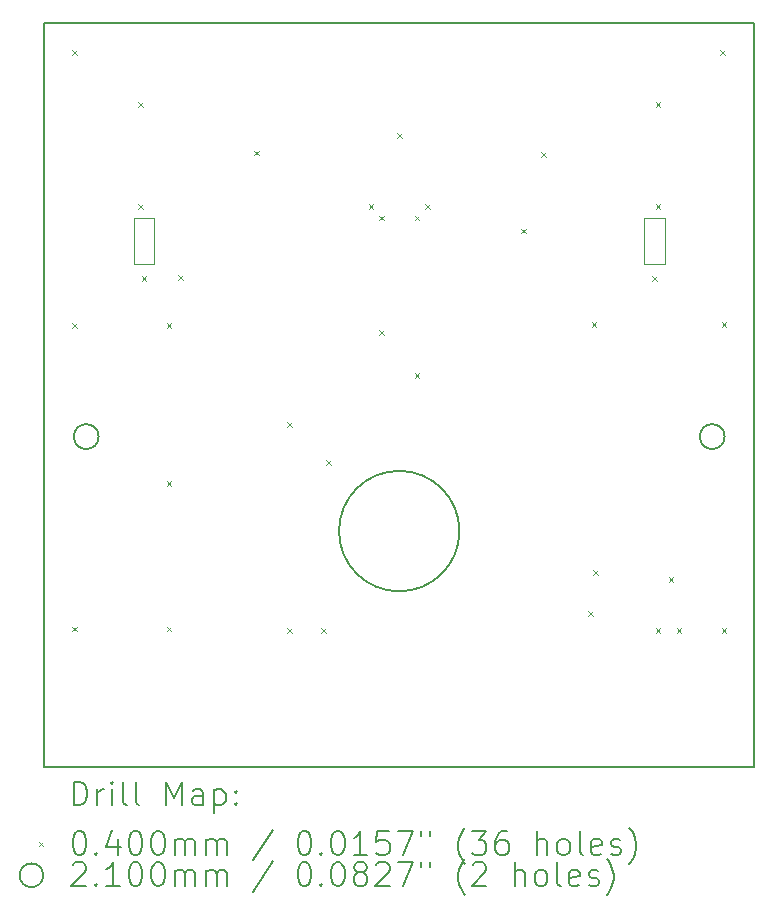
<source format=gbr>
%FSLAX45Y45*%
G04 Gerber Fmt 4.5, Leading zero omitted, Abs format (unit mm)*
G04 Created by KiCad (PCBNEW (6.0.6)) date 2022-12-14 21:04:38*
%MOMM*%
%LPD*%
G01*
G04 APERTURE LIST*
%TA.AperFunction,Profile*%
%ADD10C,0.100000*%
%TD*%
%TA.AperFunction,Profile*%
%ADD11C,0.200000*%
%TD*%
%ADD12C,0.200000*%
%ADD13C,0.040000*%
%ADD14C,0.210000*%
G04 APERTURE END LIST*
D10*
X17073863Y-6541328D02*
X17246137Y-6541328D01*
X17246137Y-6541328D02*
X17246137Y-6150000D01*
X17246137Y-6150000D02*
X17073863Y-6150000D01*
X17073863Y-6150000D02*
X17073863Y-6541328D01*
X12753863Y-6541328D02*
X12926137Y-6541328D01*
X12926137Y-6541328D02*
X12926137Y-6150000D01*
X12926137Y-6150000D02*
X12753863Y-6150000D01*
X12753863Y-6150000D02*
X12753863Y-6541328D01*
D11*
X15510000Y-8800000D02*
G75*
G03*
X15510000Y-8800000I-510000J0D01*
G01*
X11996000Y-10800000D02*
X18004000Y-10800000D01*
X18004000Y-10800000D02*
X18004000Y-4494000D01*
X18004000Y-4494000D02*
X11996000Y-4494000D01*
X11996000Y-4494000D02*
X11996000Y-10800000D01*
D12*
D13*
X12230000Y-4730000D02*
X12270000Y-4770000D01*
X12270000Y-4730000D02*
X12230000Y-4770000D01*
X12230000Y-7040000D02*
X12270000Y-7080000D01*
X12270000Y-7040000D02*
X12230000Y-7080000D01*
X12230000Y-9610000D02*
X12270000Y-9650000D01*
X12270000Y-9610000D02*
X12230000Y-9650000D01*
X12790000Y-5170000D02*
X12830000Y-5210000D01*
X12830000Y-5170000D02*
X12790000Y-5210000D01*
X12790000Y-6030000D02*
X12830000Y-6070000D01*
X12830000Y-6030000D02*
X12790000Y-6070000D01*
X12820000Y-6640000D02*
X12860000Y-6680000D01*
X12860000Y-6640000D02*
X12820000Y-6680000D01*
X13030000Y-7040000D02*
X13070000Y-7080000D01*
X13070000Y-7040000D02*
X13030000Y-7080000D01*
X13030000Y-8380000D02*
X13070000Y-8420000D01*
X13070000Y-8380000D02*
X13030000Y-8420000D01*
X13030000Y-9610000D02*
X13070000Y-9650000D01*
X13070000Y-9610000D02*
X13030000Y-9650000D01*
X13130000Y-6630000D02*
X13170000Y-6670000D01*
X13170000Y-6630000D02*
X13130000Y-6670000D01*
X13770000Y-5580000D02*
X13810000Y-5620000D01*
X13810000Y-5580000D02*
X13770000Y-5620000D01*
X14050000Y-7880000D02*
X14090000Y-7920000D01*
X14090000Y-7880000D02*
X14050000Y-7920000D01*
X14050000Y-9620000D02*
X14090000Y-9660000D01*
X14090000Y-9620000D02*
X14050000Y-9660000D01*
X14340000Y-9620000D02*
X14380000Y-9660000D01*
X14380000Y-9620000D02*
X14340000Y-9660000D01*
X14380000Y-8200000D02*
X14420000Y-8240000D01*
X14420000Y-8200000D02*
X14380000Y-8240000D01*
X14740000Y-6030000D02*
X14780000Y-6070000D01*
X14780000Y-6030000D02*
X14740000Y-6070000D01*
X14830000Y-6130000D02*
X14870000Y-6170000D01*
X14870000Y-6130000D02*
X14830000Y-6170000D01*
X14830000Y-7100000D02*
X14870000Y-7140000D01*
X14870000Y-7100000D02*
X14830000Y-7140000D01*
X14980000Y-5430000D02*
X15020000Y-5470000D01*
X15020000Y-5430000D02*
X14980000Y-5470000D01*
X15130000Y-6130000D02*
X15170000Y-6170000D01*
X15170000Y-6130000D02*
X15130000Y-6170000D01*
X15130000Y-7460000D02*
X15170000Y-7500000D01*
X15170000Y-7460000D02*
X15130000Y-7500000D01*
X15220000Y-6030000D02*
X15260000Y-6070000D01*
X15260000Y-6030000D02*
X15220000Y-6070000D01*
X16030000Y-6240000D02*
X16070000Y-6280000D01*
X16070000Y-6240000D02*
X16030000Y-6280000D01*
X16200000Y-5590000D02*
X16240000Y-5630000D01*
X16240000Y-5590000D02*
X16200000Y-5630000D01*
X16600000Y-9480000D02*
X16640000Y-9520000D01*
X16640000Y-9480000D02*
X16600000Y-9520000D01*
X16630000Y-7030000D02*
X16670000Y-7070000D01*
X16670000Y-7030000D02*
X16630000Y-7070000D01*
X16640000Y-9130000D02*
X16680000Y-9170000D01*
X16680000Y-9130000D02*
X16640000Y-9170000D01*
X17140000Y-6640000D02*
X17180000Y-6680000D01*
X17180000Y-6640000D02*
X17140000Y-6680000D01*
X17170000Y-5170000D02*
X17210000Y-5210000D01*
X17210000Y-5170000D02*
X17170000Y-5210000D01*
X17170000Y-6030000D02*
X17210000Y-6070000D01*
X17210000Y-6030000D02*
X17170000Y-6070000D01*
X17170000Y-9620000D02*
X17210000Y-9660000D01*
X17210000Y-9620000D02*
X17170000Y-9660000D01*
X17280000Y-9190000D02*
X17320000Y-9230000D01*
X17320000Y-9190000D02*
X17280000Y-9230000D01*
X17350000Y-9620000D02*
X17390000Y-9660000D01*
X17390000Y-9620000D02*
X17350000Y-9660000D01*
X17720000Y-4730000D02*
X17760000Y-4770000D01*
X17760000Y-4730000D02*
X17720000Y-4770000D01*
X17730000Y-7030000D02*
X17770000Y-7070000D01*
X17770000Y-7030000D02*
X17730000Y-7070000D01*
X17730000Y-9620000D02*
X17770000Y-9660000D01*
X17770000Y-9620000D02*
X17730000Y-9660000D01*
D14*
X12455000Y-8000000D02*
G75*
G03*
X12455000Y-8000000I-105000J0D01*
G01*
X17755000Y-8000000D02*
G75*
G03*
X17755000Y-8000000I-105000J0D01*
G01*
D12*
X12243619Y-11120476D02*
X12243619Y-10920476D01*
X12291238Y-10920476D01*
X12319809Y-10930000D01*
X12338857Y-10949048D01*
X12348381Y-10968095D01*
X12357905Y-11006190D01*
X12357905Y-11034762D01*
X12348381Y-11072857D01*
X12338857Y-11091905D01*
X12319809Y-11110952D01*
X12291238Y-11120476D01*
X12243619Y-11120476D01*
X12443619Y-11120476D02*
X12443619Y-10987143D01*
X12443619Y-11025238D02*
X12453143Y-11006190D01*
X12462667Y-10996667D01*
X12481714Y-10987143D01*
X12500762Y-10987143D01*
X12567428Y-11120476D02*
X12567428Y-10987143D01*
X12567428Y-10920476D02*
X12557905Y-10930000D01*
X12567428Y-10939524D01*
X12576952Y-10930000D01*
X12567428Y-10920476D01*
X12567428Y-10939524D01*
X12691238Y-11120476D02*
X12672190Y-11110952D01*
X12662667Y-11091905D01*
X12662667Y-10920476D01*
X12796000Y-11120476D02*
X12776952Y-11110952D01*
X12767428Y-11091905D01*
X12767428Y-10920476D01*
X13024571Y-11120476D02*
X13024571Y-10920476D01*
X13091238Y-11063333D01*
X13157905Y-10920476D01*
X13157905Y-11120476D01*
X13338857Y-11120476D02*
X13338857Y-11015714D01*
X13329333Y-10996667D01*
X13310286Y-10987143D01*
X13272190Y-10987143D01*
X13253143Y-10996667D01*
X13338857Y-11110952D02*
X13319809Y-11120476D01*
X13272190Y-11120476D01*
X13253143Y-11110952D01*
X13243619Y-11091905D01*
X13243619Y-11072857D01*
X13253143Y-11053810D01*
X13272190Y-11044286D01*
X13319809Y-11044286D01*
X13338857Y-11034762D01*
X13434095Y-10987143D02*
X13434095Y-11187143D01*
X13434095Y-10996667D02*
X13453143Y-10987143D01*
X13491238Y-10987143D01*
X13510286Y-10996667D01*
X13519809Y-11006190D01*
X13529333Y-11025238D01*
X13529333Y-11082381D01*
X13519809Y-11101429D01*
X13510286Y-11110952D01*
X13491238Y-11120476D01*
X13453143Y-11120476D01*
X13434095Y-11110952D01*
X13615048Y-11101429D02*
X13624571Y-11110952D01*
X13615048Y-11120476D01*
X13605524Y-11110952D01*
X13615048Y-11101429D01*
X13615048Y-11120476D01*
X13615048Y-10996667D02*
X13624571Y-11006190D01*
X13615048Y-11015714D01*
X13605524Y-11006190D01*
X13615048Y-10996667D01*
X13615048Y-11015714D01*
D13*
X11946000Y-11430000D02*
X11986000Y-11470000D01*
X11986000Y-11430000D02*
X11946000Y-11470000D01*
D12*
X12281714Y-11340476D02*
X12300762Y-11340476D01*
X12319809Y-11350000D01*
X12329333Y-11359524D01*
X12338857Y-11378571D01*
X12348381Y-11416667D01*
X12348381Y-11464286D01*
X12338857Y-11502381D01*
X12329333Y-11521428D01*
X12319809Y-11530952D01*
X12300762Y-11540476D01*
X12281714Y-11540476D01*
X12262667Y-11530952D01*
X12253143Y-11521428D01*
X12243619Y-11502381D01*
X12234095Y-11464286D01*
X12234095Y-11416667D01*
X12243619Y-11378571D01*
X12253143Y-11359524D01*
X12262667Y-11350000D01*
X12281714Y-11340476D01*
X12434095Y-11521428D02*
X12443619Y-11530952D01*
X12434095Y-11540476D01*
X12424571Y-11530952D01*
X12434095Y-11521428D01*
X12434095Y-11540476D01*
X12615048Y-11407143D02*
X12615048Y-11540476D01*
X12567428Y-11330952D02*
X12519809Y-11473809D01*
X12643619Y-11473809D01*
X12757905Y-11340476D02*
X12776952Y-11340476D01*
X12796000Y-11350000D01*
X12805524Y-11359524D01*
X12815048Y-11378571D01*
X12824571Y-11416667D01*
X12824571Y-11464286D01*
X12815048Y-11502381D01*
X12805524Y-11521428D01*
X12796000Y-11530952D01*
X12776952Y-11540476D01*
X12757905Y-11540476D01*
X12738857Y-11530952D01*
X12729333Y-11521428D01*
X12719809Y-11502381D01*
X12710286Y-11464286D01*
X12710286Y-11416667D01*
X12719809Y-11378571D01*
X12729333Y-11359524D01*
X12738857Y-11350000D01*
X12757905Y-11340476D01*
X12948381Y-11340476D02*
X12967428Y-11340476D01*
X12986476Y-11350000D01*
X12996000Y-11359524D01*
X13005524Y-11378571D01*
X13015048Y-11416667D01*
X13015048Y-11464286D01*
X13005524Y-11502381D01*
X12996000Y-11521428D01*
X12986476Y-11530952D01*
X12967428Y-11540476D01*
X12948381Y-11540476D01*
X12929333Y-11530952D01*
X12919809Y-11521428D01*
X12910286Y-11502381D01*
X12900762Y-11464286D01*
X12900762Y-11416667D01*
X12910286Y-11378571D01*
X12919809Y-11359524D01*
X12929333Y-11350000D01*
X12948381Y-11340476D01*
X13100762Y-11540476D02*
X13100762Y-11407143D01*
X13100762Y-11426190D02*
X13110286Y-11416667D01*
X13129333Y-11407143D01*
X13157905Y-11407143D01*
X13176952Y-11416667D01*
X13186476Y-11435714D01*
X13186476Y-11540476D01*
X13186476Y-11435714D02*
X13196000Y-11416667D01*
X13215048Y-11407143D01*
X13243619Y-11407143D01*
X13262667Y-11416667D01*
X13272190Y-11435714D01*
X13272190Y-11540476D01*
X13367428Y-11540476D02*
X13367428Y-11407143D01*
X13367428Y-11426190D02*
X13376952Y-11416667D01*
X13396000Y-11407143D01*
X13424571Y-11407143D01*
X13443619Y-11416667D01*
X13453143Y-11435714D01*
X13453143Y-11540476D01*
X13453143Y-11435714D02*
X13462667Y-11416667D01*
X13481714Y-11407143D01*
X13510286Y-11407143D01*
X13529333Y-11416667D01*
X13538857Y-11435714D01*
X13538857Y-11540476D01*
X13929333Y-11330952D02*
X13757905Y-11588095D01*
X14186476Y-11340476D02*
X14205524Y-11340476D01*
X14224571Y-11350000D01*
X14234095Y-11359524D01*
X14243619Y-11378571D01*
X14253143Y-11416667D01*
X14253143Y-11464286D01*
X14243619Y-11502381D01*
X14234095Y-11521428D01*
X14224571Y-11530952D01*
X14205524Y-11540476D01*
X14186476Y-11540476D01*
X14167428Y-11530952D01*
X14157905Y-11521428D01*
X14148381Y-11502381D01*
X14138857Y-11464286D01*
X14138857Y-11416667D01*
X14148381Y-11378571D01*
X14157905Y-11359524D01*
X14167428Y-11350000D01*
X14186476Y-11340476D01*
X14338857Y-11521428D02*
X14348381Y-11530952D01*
X14338857Y-11540476D01*
X14329333Y-11530952D01*
X14338857Y-11521428D01*
X14338857Y-11540476D01*
X14472190Y-11340476D02*
X14491238Y-11340476D01*
X14510286Y-11350000D01*
X14519809Y-11359524D01*
X14529333Y-11378571D01*
X14538857Y-11416667D01*
X14538857Y-11464286D01*
X14529333Y-11502381D01*
X14519809Y-11521428D01*
X14510286Y-11530952D01*
X14491238Y-11540476D01*
X14472190Y-11540476D01*
X14453143Y-11530952D01*
X14443619Y-11521428D01*
X14434095Y-11502381D01*
X14424571Y-11464286D01*
X14424571Y-11416667D01*
X14434095Y-11378571D01*
X14443619Y-11359524D01*
X14453143Y-11350000D01*
X14472190Y-11340476D01*
X14729333Y-11540476D02*
X14615048Y-11540476D01*
X14672190Y-11540476D02*
X14672190Y-11340476D01*
X14653143Y-11369048D01*
X14634095Y-11388095D01*
X14615048Y-11397619D01*
X14910286Y-11340476D02*
X14815048Y-11340476D01*
X14805524Y-11435714D01*
X14815048Y-11426190D01*
X14834095Y-11416667D01*
X14881714Y-11416667D01*
X14900762Y-11426190D01*
X14910286Y-11435714D01*
X14919809Y-11454762D01*
X14919809Y-11502381D01*
X14910286Y-11521428D01*
X14900762Y-11530952D01*
X14881714Y-11540476D01*
X14834095Y-11540476D01*
X14815048Y-11530952D01*
X14805524Y-11521428D01*
X14986476Y-11340476D02*
X15119809Y-11340476D01*
X15034095Y-11540476D01*
X15186476Y-11340476D02*
X15186476Y-11378571D01*
X15262667Y-11340476D02*
X15262667Y-11378571D01*
X15557905Y-11616667D02*
X15548381Y-11607143D01*
X15529333Y-11578571D01*
X15519809Y-11559524D01*
X15510286Y-11530952D01*
X15500762Y-11483333D01*
X15500762Y-11445238D01*
X15510286Y-11397619D01*
X15519809Y-11369048D01*
X15529333Y-11350000D01*
X15548381Y-11321428D01*
X15557905Y-11311905D01*
X15615048Y-11340476D02*
X15738857Y-11340476D01*
X15672190Y-11416667D01*
X15700762Y-11416667D01*
X15719809Y-11426190D01*
X15729333Y-11435714D01*
X15738857Y-11454762D01*
X15738857Y-11502381D01*
X15729333Y-11521428D01*
X15719809Y-11530952D01*
X15700762Y-11540476D01*
X15643619Y-11540476D01*
X15624571Y-11530952D01*
X15615048Y-11521428D01*
X15910286Y-11340476D02*
X15872190Y-11340476D01*
X15853143Y-11350000D01*
X15843619Y-11359524D01*
X15824571Y-11388095D01*
X15815048Y-11426190D01*
X15815048Y-11502381D01*
X15824571Y-11521428D01*
X15834095Y-11530952D01*
X15853143Y-11540476D01*
X15891238Y-11540476D01*
X15910286Y-11530952D01*
X15919809Y-11521428D01*
X15929333Y-11502381D01*
X15929333Y-11454762D01*
X15919809Y-11435714D01*
X15910286Y-11426190D01*
X15891238Y-11416667D01*
X15853143Y-11416667D01*
X15834095Y-11426190D01*
X15824571Y-11435714D01*
X15815048Y-11454762D01*
X16167428Y-11540476D02*
X16167428Y-11340476D01*
X16253143Y-11540476D02*
X16253143Y-11435714D01*
X16243619Y-11416667D01*
X16224571Y-11407143D01*
X16196000Y-11407143D01*
X16176952Y-11416667D01*
X16167428Y-11426190D01*
X16376952Y-11540476D02*
X16357905Y-11530952D01*
X16348381Y-11521428D01*
X16338857Y-11502381D01*
X16338857Y-11445238D01*
X16348381Y-11426190D01*
X16357905Y-11416667D01*
X16376952Y-11407143D01*
X16405524Y-11407143D01*
X16424571Y-11416667D01*
X16434095Y-11426190D01*
X16443619Y-11445238D01*
X16443619Y-11502381D01*
X16434095Y-11521428D01*
X16424571Y-11530952D01*
X16405524Y-11540476D01*
X16376952Y-11540476D01*
X16557905Y-11540476D02*
X16538857Y-11530952D01*
X16529333Y-11511905D01*
X16529333Y-11340476D01*
X16710286Y-11530952D02*
X16691238Y-11540476D01*
X16653143Y-11540476D01*
X16634095Y-11530952D01*
X16624571Y-11511905D01*
X16624571Y-11435714D01*
X16634095Y-11416667D01*
X16653143Y-11407143D01*
X16691238Y-11407143D01*
X16710286Y-11416667D01*
X16719809Y-11435714D01*
X16719809Y-11454762D01*
X16624571Y-11473809D01*
X16796000Y-11530952D02*
X16815048Y-11540476D01*
X16853143Y-11540476D01*
X16872190Y-11530952D01*
X16881714Y-11511905D01*
X16881714Y-11502381D01*
X16872190Y-11483333D01*
X16853143Y-11473809D01*
X16824571Y-11473809D01*
X16805524Y-11464286D01*
X16796000Y-11445238D01*
X16796000Y-11435714D01*
X16805524Y-11416667D01*
X16824571Y-11407143D01*
X16853143Y-11407143D01*
X16872190Y-11416667D01*
X16948381Y-11616667D02*
X16957905Y-11607143D01*
X16976952Y-11578571D01*
X16986476Y-11559524D01*
X16996000Y-11530952D01*
X17005524Y-11483333D01*
X17005524Y-11445238D01*
X16996000Y-11397619D01*
X16986476Y-11369048D01*
X16976952Y-11350000D01*
X16957905Y-11321428D01*
X16948381Y-11311905D01*
X11986000Y-11714000D02*
G75*
G03*
X11986000Y-11714000I-100000J0D01*
G01*
X12234095Y-11623524D02*
X12243619Y-11614000D01*
X12262667Y-11604476D01*
X12310286Y-11604476D01*
X12329333Y-11614000D01*
X12338857Y-11623524D01*
X12348381Y-11642571D01*
X12348381Y-11661619D01*
X12338857Y-11690190D01*
X12224571Y-11804476D01*
X12348381Y-11804476D01*
X12434095Y-11785428D02*
X12443619Y-11794952D01*
X12434095Y-11804476D01*
X12424571Y-11794952D01*
X12434095Y-11785428D01*
X12434095Y-11804476D01*
X12634095Y-11804476D02*
X12519809Y-11804476D01*
X12576952Y-11804476D02*
X12576952Y-11604476D01*
X12557905Y-11633048D01*
X12538857Y-11652095D01*
X12519809Y-11661619D01*
X12757905Y-11604476D02*
X12776952Y-11604476D01*
X12796000Y-11614000D01*
X12805524Y-11623524D01*
X12815048Y-11642571D01*
X12824571Y-11680667D01*
X12824571Y-11728286D01*
X12815048Y-11766381D01*
X12805524Y-11785428D01*
X12796000Y-11794952D01*
X12776952Y-11804476D01*
X12757905Y-11804476D01*
X12738857Y-11794952D01*
X12729333Y-11785428D01*
X12719809Y-11766381D01*
X12710286Y-11728286D01*
X12710286Y-11680667D01*
X12719809Y-11642571D01*
X12729333Y-11623524D01*
X12738857Y-11614000D01*
X12757905Y-11604476D01*
X12948381Y-11604476D02*
X12967428Y-11604476D01*
X12986476Y-11614000D01*
X12996000Y-11623524D01*
X13005524Y-11642571D01*
X13015048Y-11680667D01*
X13015048Y-11728286D01*
X13005524Y-11766381D01*
X12996000Y-11785428D01*
X12986476Y-11794952D01*
X12967428Y-11804476D01*
X12948381Y-11804476D01*
X12929333Y-11794952D01*
X12919809Y-11785428D01*
X12910286Y-11766381D01*
X12900762Y-11728286D01*
X12900762Y-11680667D01*
X12910286Y-11642571D01*
X12919809Y-11623524D01*
X12929333Y-11614000D01*
X12948381Y-11604476D01*
X13100762Y-11804476D02*
X13100762Y-11671143D01*
X13100762Y-11690190D02*
X13110286Y-11680667D01*
X13129333Y-11671143D01*
X13157905Y-11671143D01*
X13176952Y-11680667D01*
X13186476Y-11699714D01*
X13186476Y-11804476D01*
X13186476Y-11699714D02*
X13196000Y-11680667D01*
X13215048Y-11671143D01*
X13243619Y-11671143D01*
X13262667Y-11680667D01*
X13272190Y-11699714D01*
X13272190Y-11804476D01*
X13367428Y-11804476D02*
X13367428Y-11671143D01*
X13367428Y-11690190D02*
X13376952Y-11680667D01*
X13396000Y-11671143D01*
X13424571Y-11671143D01*
X13443619Y-11680667D01*
X13453143Y-11699714D01*
X13453143Y-11804476D01*
X13453143Y-11699714D02*
X13462667Y-11680667D01*
X13481714Y-11671143D01*
X13510286Y-11671143D01*
X13529333Y-11680667D01*
X13538857Y-11699714D01*
X13538857Y-11804476D01*
X13929333Y-11594952D02*
X13757905Y-11852095D01*
X14186476Y-11604476D02*
X14205524Y-11604476D01*
X14224571Y-11614000D01*
X14234095Y-11623524D01*
X14243619Y-11642571D01*
X14253143Y-11680667D01*
X14253143Y-11728286D01*
X14243619Y-11766381D01*
X14234095Y-11785428D01*
X14224571Y-11794952D01*
X14205524Y-11804476D01*
X14186476Y-11804476D01*
X14167428Y-11794952D01*
X14157905Y-11785428D01*
X14148381Y-11766381D01*
X14138857Y-11728286D01*
X14138857Y-11680667D01*
X14148381Y-11642571D01*
X14157905Y-11623524D01*
X14167428Y-11614000D01*
X14186476Y-11604476D01*
X14338857Y-11785428D02*
X14348381Y-11794952D01*
X14338857Y-11804476D01*
X14329333Y-11794952D01*
X14338857Y-11785428D01*
X14338857Y-11804476D01*
X14472190Y-11604476D02*
X14491238Y-11604476D01*
X14510286Y-11614000D01*
X14519809Y-11623524D01*
X14529333Y-11642571D01*
X14538857Y-11680667D01*
X14538857Y-11728286D01*
X14529333Y-11766381D01*
X14519809Y-11785428D01*
X14510286Y-11794952D01*
X14491238Y-11804476D01*
X14472190Y-11804476D01*
X14453143Y-11794952D01*
X14443619Y-11785428D01*
X14434095Y-11766381D01*
X14424571Y-11728286D01*
X14424571Y-11680667D01*
X14434095Y-11642571D01*
X14443619Y-11623524D01*
X14453143Y-11614000D01*
X14472190Y-11604476D01*
X14653143Y-11690190D02*
X14634095Y-11680667D01*
X14624571Y-11671143D01*
X14615048Y-11652095D01*
X14615048Y-11642571D01*
X14624571Y-11623524D01*
X14634095Y-11614000D01*
X14653143Y-11604476D01*
X14691238Y-11604476D01*
X14710286Y-11614000D01*
X14719809Y-11623524D01*
X14729333Y-11642571D01*
X14729333Y-11652095D01*
X14719809Y-11671143D01*
X14710286Y-11680667D01*
X14691238Y-11690190D01*
X14653143Y-11690190D01*
X14634095Y-11699714D01*
X14624571Y-11709238D01*
X14615048Y-11728286D01*
X14615048Y-11766381D01*
X14624571Y-11785428D01*
X14634095Y-11794952D01*
X14653143Y-11804476D01*
X14691238Y-11804476D01*
X14710286Y-11794952D01*
X14719809Y-11785428D01*
X14729333Y-11766381D01*
X14729333Y-11728286D01*
X14719809Y-11709238D01*
X14710286Y-11699714D01*
X14691238Y-11690190D01*
X14805524Y-11623524D02*
X14815048Y-11614000D01*
X14834095Y-11604476D01*
X14881714Y-11604476D01*
X14900762Y-11614000D01*
X14910286Y-11623524D01*
X14919809Y-11642571D01*
X14919809Y-11661619D01*
X14910286Y-11690190D01*
X14796000Y-11804476D01*
X14919809Y-11804476D01*
X14986476Y-11604476D02*
X15119809Y-11604476D01*
X15034095Y-11804476D01*
X15186476Y-11604476D02*
X15186476Y-11642571D01*
X15262667Y-11604476D02*
X15262667Y-11642571D01*
X15557905Y-11880667D02*
X15548381Y-11871143D01*
X15529333Y-11842571D01*
X15519809Y-11823524D01*
X15510286Y-11794952D01*
X15500762Y-11747333D01*
X15500762Y-11709238D01*
X15510286Y-11661619D01*
X15519809Y-11633048D01*
X15529333Y-11614000D01*
X15548381Y-11585428D01*
X15557905Y-11575905D01*
X15624571Y-11623524D02*
X15634095Y-11614000D01*
X15653143Y-11604476D01*
X15700762Y-11604476D01*
X15719809Y-11614000D01*
X15729333Y-11623524D01*
X15738857Y-11642571D01*
X15738857Y-11661619D01*
X15729333Y-11690190D01*
X15615048Y-11804476D01*
X15738857Y-11804476D01*
X15976952Y-11804476D02*
X15976952Y-11604476D01*
X16062667Y-11804476D02*
X16062667Y-11699714D01*
X16053143Y-11680667D01*
X16034095Y-11671143D01*
X16005524Y-11671143D01*
X15986476Y-11680667D01*
X15976952Y-11690190D01*
X16186476Y-11804476D02*
X16167428Y-11794952D01*
X16157905Y-11785428D01*
X16148381Y-11766381D01*
X16148381Y-11709238D01*
X16157905Y-11690190D01*
X16167428Y-11680667D01*
X16186476Y-11671143D01*
X16215048Y-11671143D01*
X16234095Y-11680667D01*
X16243619Y-11690190D01*
X16253143Y-11709238D01*
X16253143Y-11766381D01*
X16243619Y-11785428D01*
X16234095Y-11794952D01*
X16215048Y-11804476D01*
X16186476Y-11804476D01*
X16367428Y-11804476D02*
X16348381Y-11794952D01*
X16338857Y-11775905D01*
X16338857Y-11604476D01*
X16519809Y-11794952D02*
X16500762Y-11804476D01*
X16462667Y-11804476D01*
X16443619Y-11794952D01*
X16434095Y-11775905D01*
X16434095Y-11699714D01*
X16443619Y-11680667D01*
X16462667Y-11671143D01*
X16500762Y-11671143D01*
X16519809Y-11680667D01*
X16529333Y-11699714D01*
X16529333Y-11718762D01*
X16434095Y-11737809D01*
X16605524Y-11794952D02*
X16624571Y-11804476D01*
X16662667Y-11804476D01*
X16681714Y-11794952D01*
X16691238Y-11775905D01*
X16691238Y-11766381D01*
X16681714Y-11747333D01*
X16662667Y-11737809D01*
X16634095Y-11737809D01*
X16615048Y-11728286D01*
X16605524Y-11709238D01*
X16605524Y-11699714D01*
X16615048Y-11680667D01*
X16634095Y-11671143D01*
X16662667Y-11671143D01*
X16681714Y-11680667D01*
X16757905Y-11880667D02*
X16767428Y-11871143D01*
X16786476Y-11842571D01*
X16796000Y-11823524D01*
X16805524Y-11794952D01*
X16815048Y-11747333D01*
X16815048Y-11709238D01*
X16805524Y-11661619D01*
X16796000Y-11633048D01*
X16786476Y-11614000D01*
X16767428Y-11585428D01*
X16757905Y-11575905D01*
M02*

</source>
